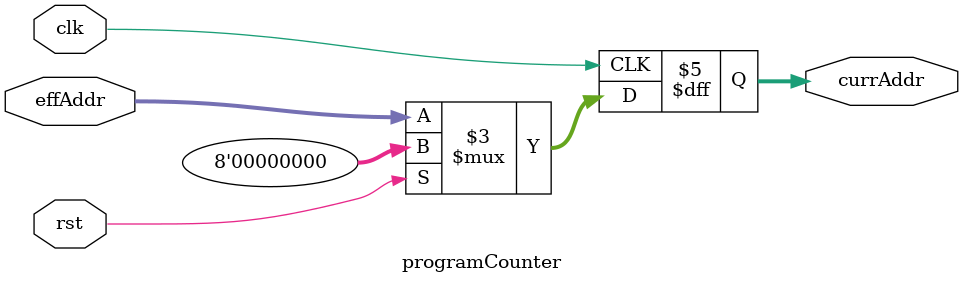
<source format=v>
module programCounter(clk,rst,effAddr,currAddr);

input [7:0] effAddr;
input clk;
input rst;

output reg [7:0] currAddr;

always @ (posedge clk) begin
	if(rst) begin
		currAddr = 0;
	end
	else begin
		currAddr=effAddr;
	end
end
endmodule
</source>
